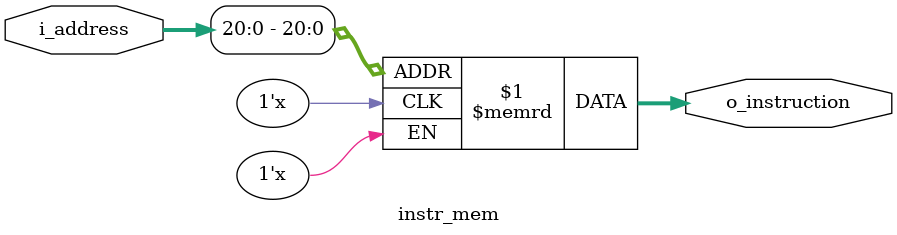
<source format=v>

`timescale 1ns/1ps

module instr_mem(i_address, o_instruction);
	parameter INSTR_ADDR_WIDTH = 26;
	localparam BYTE_WIDTH = 8;
	localparam INSTR_WIDTH = 4 * BYTE_WIDTH;

	//Port declarations
	input 	[31 : 0] 	i_address;
	output 	[INSTR_WIDTH - 1 : 0] 	  	o_instruction;
/*
	//-----------------Internal variables-----------------------
	reg [BYTE_WIDTH - 1 : 0] mem [2**INSTR_ADDR_WIDTH - 1 : 0];

	//-----------------Variable assigmens-----------------------
	assign o_instruction = { mem[i_address[INSTR_ADDR_WIDTH - 1 : 0]], 
                  				 mem[i_address[INSTR_ADDR_WIDTH - 1 : 0] + 1], 
				                   mem[i_address[INSTR_ADDR_WIDTH - 1 : 0] + 2], 
				                   mem[i_address[INSTR_ADDR_WIDTH - 1 : 0] + 3] };
*/

	reg [31 : 0] mem [2**20 - 1 : 0];

	assign o_instruction = mem[i_address[20 : 0]];

endmodule

</source>
